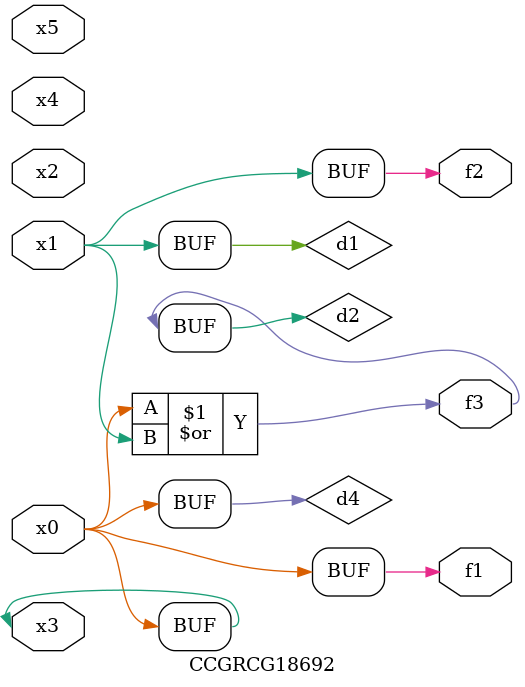
<source format=v>
module CCGRCG18692(
	input x0, x1, x2, x3, x4, x5,
	output f1, f2, f3
);

	wire d1, d2, d3, d4;

	and (d1, x1);
	or (d2, x0, x1);
	nand (d3, x0, x5);
	buf (d4, x0, x3);
	assign f1 = d4;
	assign f2 = d1;
	assign f3 = d2;
endmodule

</source>
